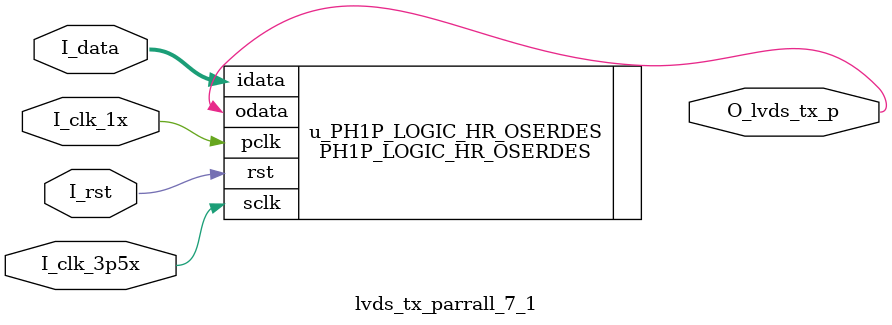
<source format=v>
module lvds_tx_parrall_7_1( 
	input	wire		I_clk_1x,		
	input	wire		I_clk_3p5x,	
	input	wire		I_rst,		
           	
	input	wire[6:0]	I_data,				         		
           
	output	wire		O_lvds_tx_p
);



	PH1P_LOGIC_HR_OSERDES #(
	  .ODDRMODE     ( "DDRX3P5"    )/*, //  DDRX1, DDRX2, DDRX3P5, DDRX4, DDRX5.  IDDR mode select.  
	  .DEVICE       ( "PH1P35"  )  //  "PH1P100", "PH1X100", "PH1P35", "PH1S35", "PH1P50".  Device selection.*/  
	)u_PH1P_LOGIC_HR_OSERDES(
	  .sclk         ( I_clk_3p5x    ), //  1-Bit input.                                
	  .pclk         ( I_clk_1x      ), //  1-Bit input.                                
	  .rst          ( I_rst        	), //  1-Bit input.                                
	  .idata        ( I_data      	), //  8-Bit input.                                
	  .odata        ( O_lvds_tx_p   )  //  1-Bit output.                                
	);
      
      
       
      
      
endmodule


</source>
